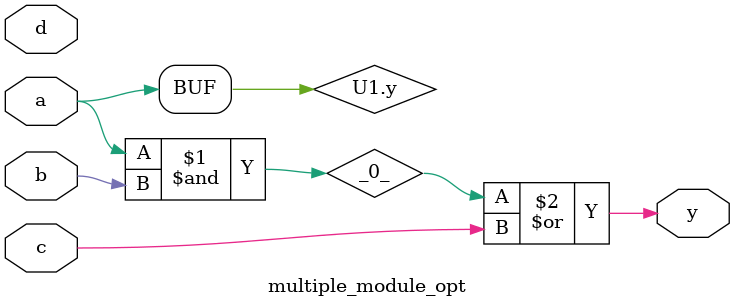
<source format=v>
/* Generated by Yosys 0.9 (git sha1 1979e0b) */

module multiple_module_opt(a, b, c, d, y);
  wire _0_;
  wire \U1.y ;
  input a;
  input b;
  input c;
  input d;
  output y;
  assign _0_ = \U1.y  & b;
  assign y = _0_ | c;
  assign \U1.y  = 1'h1 & a;
endmodule

</source>
